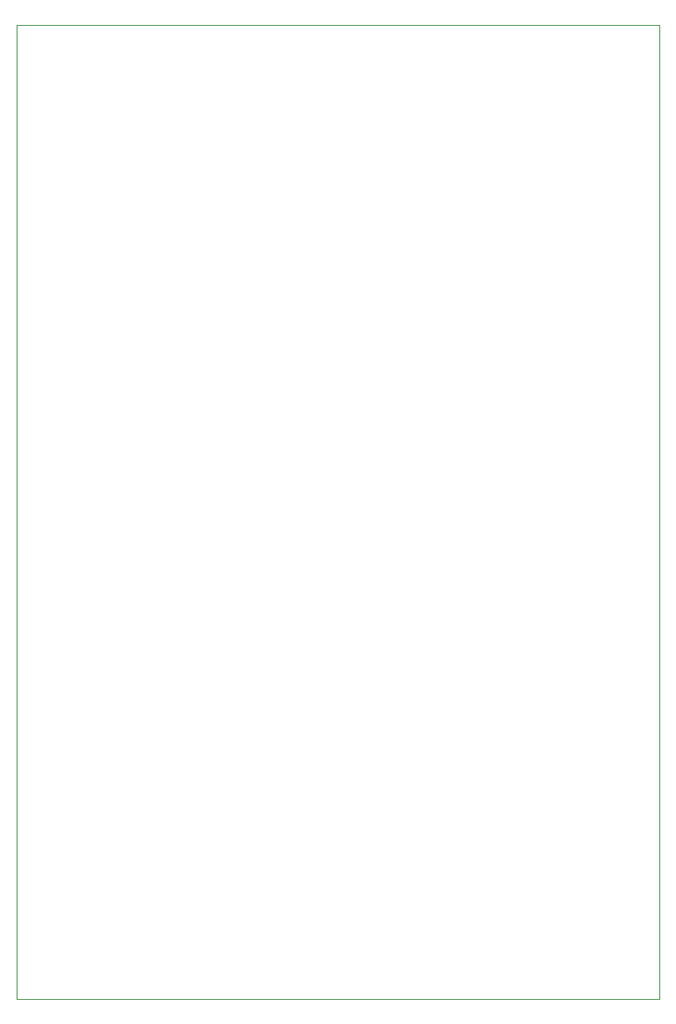
<source format=gm1>
G04 #@! TF.GenerationSoftware,KiCad,Pcbnew,(6.0.5)*
G04 #@! TF.CreationDate,2022-10-09T17:06:01+09:00*
G04 #@! TF.ProjectId,3320LPF,33333230-4c50-4462-9e6b-696361645f70,Ver.1.0*
G04 #@! TF.SameCoordinates,Original*
G04 #@! TF.FileFunction,Profile,NP*
%FSLAX46Y46*%
G04 Gerber Fmt 4.6, Leading zero omitted, Abs format (unit mm)*
G04 Created by KiCad (PCBNEW (6.0.5)) date 2022-10-09 17:06:01*
%MOMM*%
%LPD*%
G01*
G04 APERTURE LIST*
G04 #@! TA.AperFunction,Profile*
%ADD10C,0.100000*%
G04 #@! TD*
G04 APERTURE END LIST*
D10*
X174625000Y-49530000D02*
X174625000Y-148590000D01*
X109220000Y-49530000D02*
X174625000Y-49530000D01*
X109220000Y-148590000D02*
X109220000Y-49530000D01*
X174625000Y-148590000D02*
X109220000Y-148590000D01*
M02*

</source>
